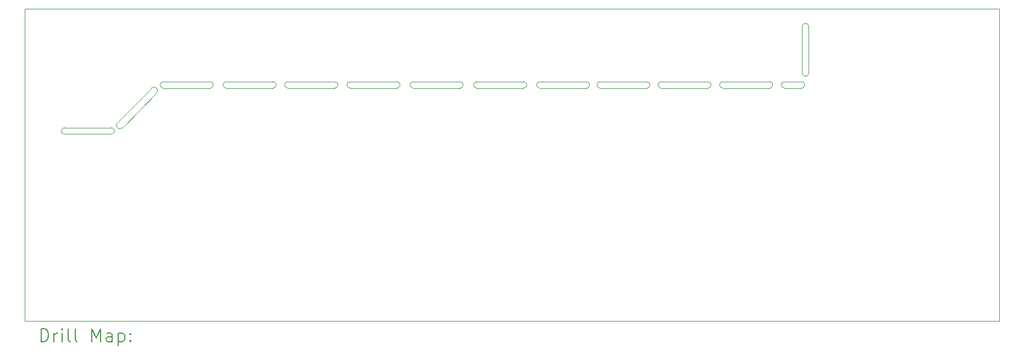
<source format=gbr>
%TF.GenerationSoftware,KiCad,Pcbnew,(6.0.7)*%
%TF.CreationDate,2023-04-19T22:26:34+02:00*%
%TF.ProjectId,mainboard,6d61696e-626f-4617-9264-2e6b69636164,rev?*%
%TF.SameCoordinates,Original*%
%TF.FileFunction,Drillmap*%
%TF.FilePolarity,Positive*%
%FSLAX45Y45*%
G04 Gerber Fmt 4.5, Leading zero omitted, Abs format (unit mm)*
G04 Created by KiCad (PCBNEW (6.0.7)) date 2023-04-19 22:26:34*
%MOMM*%
%LPD*%
G01*
G04 APERTURE LIST*
%ADD10C,0.100000*%
%ADD11C,0.200000*%
G04 APERTURE END LIST*
D10*
X16560000Y-7980000D02*
G75*
G03*
X16560000Y-8080000I0J-50000D01*
G01*
X7696200Y-6858000D02*
X22707600Y-6858000D01*
X22707600Y-6858000D02*
X22707600Y-11675400D01*
X22707600Y-11675400D02*
X7696200Y-11675400D01*
X7696200Y-11675400D02*
X7696200Y-6858000D01*
X19170000Y-8080000D02*
G75*
G03*
X19170000Y-7980000I0J50000D01*
G01*
X9830000Y-7980000D02*
G75*
G03*
X9830000Y-8080000I0J-50000D01*
G01*
X9830000Y-7980000D02*
X10550000Y-7980000D01*
X16560000Y-7980000D02*
X17280000Y-7980000D01*
X9130000Y-8610000D02*
X9649741Y-8079602D01*
X19772000Y-7129000D02*
G75*
G03*
X19672000Y-7129000I-50000J0D01*
G01*
X8310000Y-8790000D02*
X9030000Y-8790000D01*
X15630000Y-7980000D02*
X16350000Y-7980000D01*
X13680000Y-7980000D02*
G75*
G03*
X13680000Y-8080000I0J-50000D01*
G01*
X19660000Y-8080000D02*
G75*
G03*
X19660000Y-7980000I0J50000D01*
G01*
X19400000Y-8080000D02*
X19660000Y-8080000D01*
X18450000Y-8080000D02*
X19170000Y-8080000D01*
X12470000Y-8080000D02*
G75*
G03*
X12470000Y-7980000I0J50000D01*
G01*
X9200000Y-8690000D02*
X9719741Y-8159602D01*
X10800000Y-8080000D02*
X11520000Y-8080000D01*
X8310000Y-8690000D02*
G75*
G03*
X8310000Y-8790000I0J-50000D01*
G01*
X10800000Y-7980000D02*
G75*
G03*
X10800000Y-8080000I0J-50000D01*
G01*
X15630000Y-8080000D02*
X16350000Y-8080000D01*
X13680000Y-8080000D02*
X14400000Y-8080000D01*
X17500000Y-7980000D02*
X18220000Y-7980000D01*
X19400000Y-7980000D02*
G75*
G03*
X19400000Y-8080000I0J-50000D01*
G01*
X17500000Y-8080000D02*
X18220000Y-8080000D01*
X9129999Y-8609998D02*
G75*
G03*
X9200000Y-8690000I30051J-44332D01*
G01*
X17500000Y-7980000D02*
G75*
G03*
X17500000Y-8080000I0J-50000D01*
G01*
X11750000Y-7980000D02*
G75*
G03*
X11750000Y-8080000I0J-50000D01*
G01*
X9719740Y-8159600D02*
G75*
G03*
X9649741Y-8079602I-30050J44330D01*
G01*
X14660000Y-7980000D02*
G75*
G03*
X14660000Y-8080000I0J-50000D01*
G01*
X12710000Y-7980000D02*
G75*
G03*
X12710000Y-8080000I0J-50000D01*
G01*
X14660000Y-7980000D02*
X15380000Y-7980000D01*
X11520000Y-8080000D02*
G75*
G03*
X11520000Y-7980000I0J50000D01*
G01*
X18450000Y-7980000D02*
X19170000Y-7980000D01*
X16560000Y-8080000D02*
X17280000Y-8080000D01*
X19772000Y-7849000D02*
X19772000Y-7129000D01*
X9830000Y-8080000D02*
X10550000Y-8080000D01*
X19672000Y-7849000D02*
X19672000Y-7129000D01*
X14660000Y-8080000D02*
X15380000Y-8080000D01*
X11750000Y-8080000D02*
X12470000Y-8080000D01*
X10800000Y-7980000D02*
X11520000Y-7980000D01*
X19400000Y-7980000D02*
X19660000Y-7980000D01*
X11750000Y-7980000D02*
X12470000Y-7980000D01*
X18220000Y-8080000D02*
G75*
G03*
X18220000Y-7980000I0J50000D01*
G01*
X8310000Y-8690000D02*
X9030000Y-8690000D01*
X9030000Y-8790000D02*
G75*
G03*
X9030000Y-8690000I0J50000D01*
G01*
X17280000Y-8080000D02*
G75*
G03*
X17280000Y-7980000I0J50000D01*
G01*
X16350000Y-8080000D02*
G75*
G03*
X16350000Y-7980000I0J50000D01*
G01*
X15630000Y-7980000D02*
G75*
G03*
X15630000Y-8080000I0J-50000D01*
G01*
X19672000Y-7849000D02*
G75*
G03*
X19772000Y-7849000I50000J0D01*
G01*
X12710000Y-8080000D02*
X13430000Y-8080000D01*
X14400000Y-8080000D02*
G75*
G03*
X14400000Y-7980000I0J50000D01*
G01*
X13680000Y-7980000D02*
X14400000Y-7980000D01*
X13430000Y-8080000D02*
G75*
G03*
X13430000Y-7980000I0J50000D01*
G01*
X12710000Y-7980000D02*
X13430000Y-7980000D01*
X10550000Y-8080000D02*
G75*
G03*
X10550000Y-7980000I0J50000D01*
G01*
X15380000Y-8080000D02*
G75*
G03*
X15380000Y-7980000I0J50000D01*
G01*
X18450000Y-7980000D02*
G75*
G03*
X18450000Y-8080000I0J-50000D01*
G01*
D11*
X7948819Y-11990876D02*
X7948819Y-11790876D01*
X7996438Y-11790876D01*
X8025009Y-11800400D01*
X8044057Y-11819448D01*
X8053581Y-11838495D01*
X8063105Y-11876590D01*
X8063105Y-11905162D01*
X8053581Y-11943257D01*
X8044057Y-11962305D01*
X8025009Y-11981352D01*
X7996438Y-11990876D01*
X7948819Y-11990876D01*
X8148819Y-11990876D02*
X8148819Y-11857543D01*
X8148819Y-11895638D02*
X8158343Y-11876590D01*
X8167867Y-11867067D01*
X8186914Y-11857543D01*
X8205962Y-11857543D01*
X8272628Y-11990876D02*
X8272628Y-11857543D01*
X8272628Y-11790876D02*
X8263105Y-11800400D01*
X8272628Y-11809924D01*
X8282152Y-11800400D01*
X8272628Y-11790876D01*
X8272628Y-11809924D01*
X8396438Y-11990876D02*
X8377390Y-11981352D01*
X8367867Y-11962305D01*
X8367867Y-11790876D01*
X8501200Y-11990876D02*
X8482152Y-11981352D01*
X8472629Y-11962305D01*
X8472629Y-11790876D01*
X8729771Y-11990876D02*
X8729771Y-11790876D01*
X8796438Y-11933733D01*
X8863105Y-11790876D01*
X8863105Y-11990876D01*
X9044057Y-11990876D02*
X9044057Y-11886114D01*
X9034533Y-11867067D01*
X9015486Y-11857543D01*
X8977390Y-11857543D01*
X8958343Y-11867067D01*
X9044057Y-11981352D02*
X9025010Y-11990876D01*
X8977390Y-11990876D01*
X8958343Y-11981352D01*
X8948819Y-11962305D01*
X8948819Y-11943257D01*
X8958343Y-11924209D01*
X8977390Y-11914686D01*
X9025010Y-11914686D01*
X9044057Y-11905162D01*
X9139295Y-11857543D02*
X9139295Y-12057543D01*
X9139295Y-11867067D02*
X9158343Y-11857543D01*
X9196438Y-11857543D01*
X9215486Y-11867067D01*
X9225010Y-11876590D01*
X9234533Y-11895638D01*
X9234533Y-11952781D01*
X9225010Y-11971828D01*
X9215486Y-11981352D01*
X9196438Y-11990876D01*
X9158343Y-11990876D01*
X9139295Y-11981352D01*
X9320248Y-11971828D02*
X9329771Y-11981352D01*
X9320248Y-11990876D01*
X9310724Y-11981352D01*
X9320248Y-11971828D01*
X9320248Y-11990876D01*
X9320248Y-11867067D02*
X9329771Y-11876590D01*
X9320248Y-11886114D01*
X9310724Y-11876590D01*
X9320248Y-11867067D01*
X9320248Y-11886114D01*
M02*

</source>
